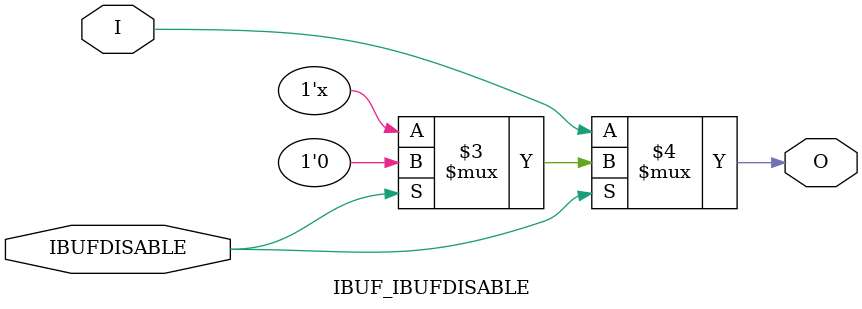
<source format=v>

`timescale  1 ps / 1 ps


module IBUF_IBUFDISABLE (O, I, IBUFDISABLE);

    parameter CAPACITANCE = "DONT_CARE";
    parameter IBUF_DELAY_VALUE = "0";
    parameter IBUF_LOW_PWR = "TRUE";
    parameter IFD_DELAY_VALUE = "AUTO";
    parameter IOSTANDARD = "DEFAULT";
    
    output O;

    input  I;
    input  IBUFDISABLE;

    initial begin
	
        case (CAPACITANCE)

            "LOW", "NORMAL", "DONT_CARE" : ;
            default : begin
                          $display("Attribute Syntax Error : The attribute CAPACITANCE on IBUF_IBUFDISABLE instance %m is set to %s.  Legal values for this attribute are DONT_CARE, LOW or NORMAL.", CAPACITANCE);
                          $finish;
                      end

        endcase


	case (IBUF_DELAY_VALUE)

            "0", "1", "2", "3", "4", "5", "6", "7", "8", "9", "10", "11", "12", "13", "14", "15", "16" : ;
            default : begin
                          $display("Attribute Syntax Error : The attribute IBUF_DELAY_VALUE on IBUF_IBUFDISABLE instance %m is set to %s.  Legal values for this attribute are 0, 1, 2, ... or 16.", IBUF_DELAY_VALUE);
                          $finish;
                      end

        endcase

        case (IBUF_LOW_PWR)

            "FALSE", "TRUE" : ;
            default : begin
                          $display("Attribute Syntax Error : The attribute IBUF_LOW_PWR on IBUF_IBUFDISABLE instance %m is set to %s.  Legal values for this attribute are TRUE or FALSE.", IBUF_LOW_PWR);
                          $finish;
                      end

        endcase


	case (IFD_DELAY_VALUE)

            "AUTO", "0", "1", "2", "3", "4", "5", "6", "7", "8" : ;
            default : begin
                          $display("Attribute Syntax Error : The attribute IFD_DELAY_VALUE on IBUF_IBUFDISABLE instance %m is set to %s.  Legal values for this attribute are AUTO, 0, 1, 2, ... or 8.", IFD_DELAY_VALUE);
                          $finish;
                      end

	endcase
	
    end

   assign O = (IBUFDISABLE == 0)? I : (IBUFDISABLE == 1)? 1'b0  : 1'bx;
endmodule

</source>
